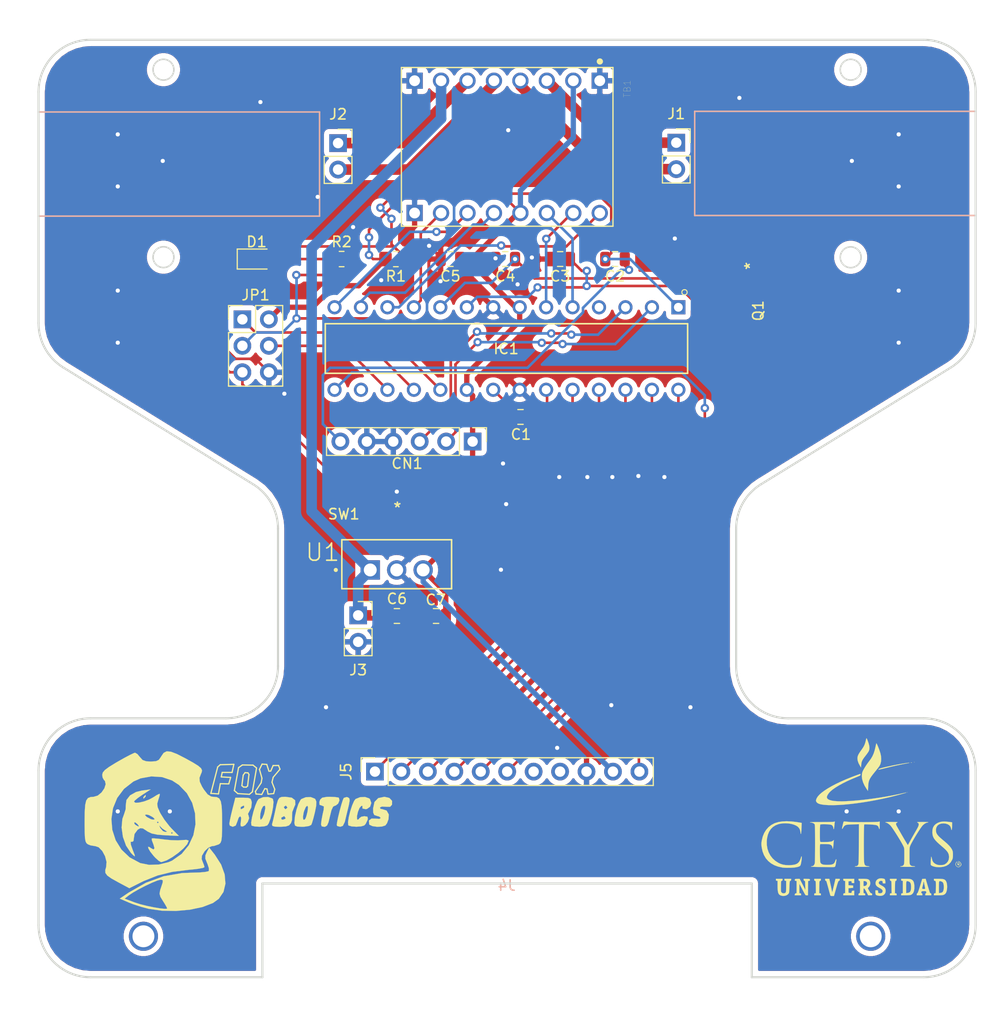
<source format=kicad_pcb>
(kicad_pcb (version 20171130) (host pcbnew "(5.1.6)-1")
  (layers (0 F.Cu signal) (31 B.Cu signal) (34 B.Paste user) (35 F.Paste user) (36 B.SilkS user) (37 F.SilkS user) (38 B.Mask user) (39 F.Mask user) (44 Edge.Cuts user))
  (net 0 "")
  (net 1 /AREF)
  (net 2 GND)
  (net 3 RST)
  (net 4 "Net-(C2-Pad1)")
  (net 5 "Net-(C3-Pad1)")
  (net 6 "Net-(C4-Pad1)")
  (net 7 +5V)
  (net 8 D0)
  (net 9 D1)
  (net 10 "Net-(D1-Pad2)")
  (net 11 D2)
  (net 12 D4)
  (net 13 D3)
  (net 14 D5)
  (net 15 D6)
  (net 16 D7)
  (net 17 D8)
  (net 18 D9)
  (net 19 D10)
  (net 20 D11)
  (net 21 D12)
  (net 22 D13)
  (net 23 A0)
  (net 24 A1)
  (net 25 A2)
  (net 26 A3)
  (net 27 A4)
  (net 28 A5)
  (net 29 "Net-(J1-Pad2)")
  (net 30 "Net-(J1-Pad1)")
  (net 31 "Net-(J2-Pad1)")
  (net 32 "Net-(J2-Pad2)")
  (net 33 "Net-(J4-Pad2)")
  (net 34 "Net-(J4-Pad1)")
  (net 35 A6)
  (net 36 A7)
  (net 37 /VBAT)
  (module Librerias:CETYS (layer F.Cu) (at 236.4 115.5)
    (fp_text reference G*** hide)
    (fp_text value LOGO hide)
  )
  (module Librerias:foxrobotics2 (layer F.Cu) (at 175.7 115.8)
    (fp_text reference G*** hide)
    (fp_text value LOGO hide)
  )
  (module Seguidor:QTR8A_Drill (layer B.Cu) (at 202.39 126.99)
    (fp_text reference J4 (at -0.04 -4.88) (layer B.SilkS) (effects (justify mirror)))
    (fp_text value "Montaje qtr")
    (pad 1 thru_hole circle (at -34.925 0) (size 2.8 2.8) (drill 2.1) (layers *.Cu *.Mask) (net 34 "Net-(J4-Pad1)"))
    (pad 2 thru_hole circle (at 34.925 0) (size 2.8 2.8) (drill 2.1) (layers *.Cu *.Mask) (net 33 "Net-(J4-Pad2)"))
  )
  (module Connector_PinSocket_2.54mm:PinSocket_1x11_P2.54mm_Vertical (layer F.Cu) (at 189.7 111.18 90)
    (fp_text reference J5 (at 0 -2.77 90) (layer F.SilkS))
    (fp_text value "Sensor QTR")
    (pad 11 thru_hole oval (at 0 25.4 90) (size 1.7 1.7) (drill 1) (layers *.Cu *.Mask) (net 18 D9))
    (pad 10 thru_hole oval (at 0 22.86 90) (size 1.7 1.7) (drill 1) (layers *.Cu *.Mask) (net 7 +5V))
    (pad 9 thru_hole oval (at 0 20.32 90) (size 1.7 1.7) (drill 1) (layers *.Cu *.Mask) (net 2 GND))
    (pad 8 thru_hole oval (at 0 17.78 90) (size 1.7 1.7) (drill 1) (layers *.Cu *.Mask) (net 36 A7))
    (pad 7 thru_hole oval (at 0 15.24 90) (size 1.7 1.7) (drill 1) (layers *.Cu *.Mask) (net 35 A6))
    (pad 6 thru_hole oval (at 0 12.7 90) (size 1.7 1.7) (drill 1) (layers *.Cu *.Mask) (net 28 A5))
    (pad 5 thru_hole oval (at 0 10.16 90) (size 1.7 1.7) (drill 1) (layers *.Cu *.Mask) (net 27 A4))
    (pad 4 thru_hole oval (at 0 7.62 90) (size 1.7 1.7) (drill 1) (layers *.Cu *.Mask) (net 26 A3))
    (pad 3 thru_hole oval (at 0 5.08 90) (size 1.7 1.7) (drill 1) (layers *.Cu *.Mask) (net 25 A2))
    (pad 2 thru_hole oval (at 0 2.54 90) (size 1.7 1.7) (drill 1) (layers *.Cu *.Mask) (net 24 A1))
    (pad 1 thru_hole rect (at 0 0 90) (size 1.7 1.7) (drill 1) (layers *.Cu *.Mask) (net 23 A0))
  )
  (module Connector_PinHeader_2.54mm:PinHeader_1x06_P2.54mm_Vertical (layer F.Cu) (at 199.08 79.49 270)
    (fp_text reference CN1 (at 2.11 6.29 180) (layer F.SilkS))
    (fp_text value HDR-1X6-SIP-100)
    (pad 6 thru_hole oval (at 0 12.7 270) (size 1.7 1.7) (drill 1) (layers *.Cu *.Mask) (net 4 "Net-(C2-Pad1)"))
    (pad 5 thru_hole oval (at 0 10.16 270) (size 1.7 1.7) (drill 1) (layers *.Cu *.Mask) (net 2 GND))
    (pad 4 thru_hole oval (at 0 7.62 270) (size 1.7 1.7) (drill 1) (layers *.Cu *.Mask) (net 2 GND))
    (pad 3 thru_hole oval (at 0 5.08 270) (size 1.7 1.7) (drill 1) (layers *.Cu *.Mask) (net 9 D1))
    (pad 2 thru_hole oval (at 0 2.54 270) (size 1.7 1.7) (drill 1) (layers *.Cu *.Mask) (net 8 D0))
    (pad 1 thru_hole rect (at 0 0 270) (size 1.7 1.7) (drill 1) (layers *.Cu *.Mask) (net 7 +5V))
  )
  (module LED_SMD:LED_0805_2012Metric_Pad1.15x1.40mm_HandSolder (layer F.Cu) (at 178.335 61.97)
    (fp_text reference D1 (at 0 -1.65) (layer F.SilkS))
    (fp_text value LED)
    (pad 2 smd roundrect (at 1.025 0) (size 1.15 1.4) (layers F.Cu F.Paste F.Mask) (roundrect_rratio 0.217391) (net 10 "Net-(D1-Pad2)"))
    (pad 1 smd roundrect (at -1.025 0) (size 1.15 1.4) (layers F.Cu F.Paste F.Mask) (roundrect_rratio 0.217391) (net 2 GND))
  )
  (module ATMEGA:DIP794W46P254L2967H457Q28B (layer F.Cu) (at 202.33 70.56 270)
    (fp_text reference IC1 (at 0.03 0.03 180) (layer F.SilkS) (effects (font (size 1.000622 1.000622))))
    (fp_text value ATMEGA328P-PU hide)
    (pad 28 thru_hole circle (at 3.96 -16.51 270) (size 1.358 1.358) (drill 0.85) (layers *.Cu *.Mask) (net 28 A5))
    (pad 27 thru_hole circle (at 3.96 -13.97 270) (size 1.358 1.358) (drill 0.85) (layers *.Cu *.Mask) (net 27 A4))
    (pad 26 thru_hole circle (at 3.96 -11.43 270) (size 1.358 1.358) (drill 0.85) (layers *.Cu *.Mask) (net 26 A3))
    (pad 25 thru_hole circle (at 3.96 -8.89 270) (size 1.358 1.358) (drill 0.85) (layers *.Cu *.Mask) (net 25 A2))
    (pad 24 thru_hole circle (at 3.96 -6.35 270) (size 1.358 1.358) (drill 0.85) (layers *.Cu *.Mask) (net 24 A1))
    (pad 23 thru_hole circle (at 3.96 -3.81 270) (size 1.358 1.358) (drill 0.85) (layers *.Cu *.Mask) (net 23 A0))
    (pad 22 thru_hole circle (at 3.96 -1.27 270) (size 1.358 1.358) (drill 0.85) (layers *.Cu *.Mask) (net 2 GND))
    (pad 21 thru_hole circle (at 3.96 1.27 270) (size 1.358 1.358) (drill 0.85) (layers *.Cu *.Mask) (net 1 /AREF))
    (pad 20 thru_hole circle (at 3.96 3.81 270) (size 1.358 1.358) (drill 0.85) (layers *.Cu *.Mask) (net 7 +5V))
    (pad 19 thru_hole circle (at 3.96 6.35 270) (size 1.358 1.358) (drill 0.85) (layers *.Cu *.Mask) (net 22 D13))
    (pad 18 thru_hole circle (at 3.96 8.89 270) (size 1.358 1.358) (drill 0.85) (layers *.Cu *.Mask) (net 21 D12))
    (pad 17 thru_hole circle (at 3.96 11.43 270) (size 1.358 1.358) (drill 0.85) (layers *.Cu *.Mask) (net 20 D11))
    (pad 16 thru_hole circle (at 3.96 13.97 270) (size 1.358 1.358) (drill 0.85) (layers *.Cu *.Mask) (net 19 D10))
    (pad 15 thru_hole circle (at 3.96 16.51 270) (size 1.358 1.358) (drill 0.85) (layers *.Cu *.Mask) (net 18 D9))
    (pad 14 thru_hole circle (at -3.96 16.51 270) (size 1.358 1.358) (drill 0.85) (layers *.Cu *.Mask) (net 17 D8))
    (pad 13 thru_hole circle (at -3.96 13.97 270) (size 1.358 1.358) (drill 0.85) (layers *.Cu *.Mask) (net 16 D7))
    (pad 12 thru_hole circle (at -3.96 11.43 270) (size 1.358 1.358) (drill 0.85) (layers *.Cu *.Mask) (net 15 D6))
    (pad 11 thru_hole circle (at -3.96 8.89 270) (size 1.358 1.358) (drill 0.85) (layers *.Cu *.Mask) (net 14 D5))
    (pad 10 thru_hole circle (at -3.96 6.35 270) (size 1.358 1.358) (drill 0.85) (layers *.Cu *.Mask) (net 6 "Net-(C4-Pad1)"))
    (pad 9 thru_hole circle (at -3.96 3.81 270) (size 1.358 1.358) (drill 0.85) (layers *.Cu *.Mask) (net 5 "Net-(C3-Pad1)"))
    (pad 5 thru_hole circle (at -3.96 -6.35 270) (size 1.358 1.358) (drill 0.85) (layers *.Cu *.Mask) (net 13 D3))
    (pad 6 thru_hole circle (at -3.96 -3.81 270) (size 1.358 1.358) (drill 0.85) (layers *.Cu *.Mask) (net 12 D4))
    (pad 4 thru_hole circle (at -3.96 -8.89 270) (size 1.358 1.358) (drill 0.85) (layers *.Cu *.Mask) (net 11 D2))
    (pad 3 thru_hole circle (at -3.96 -11.43 270) (size 1.358 1.358) (drill 0.85) (layers *.Cu *.Mask) (net 9 D1))
    (pad 8 thru_hole circle (at -3.96 1.27 270) (size 1.358 1.358) (drill 0.85) (layers *.Cu *.Mask) (net 2 GND))
    (pad 7 thru_hole circle (at -3.96 -1.27 270) (size 1.358 1.358) (drill 0.85) (layers *.Cu *.Mask) (net 7 +5V))
    (pad 2 thru_hole circle (at -3.96 -13.97 270) (size 1.358 1.358) (drill 0.85) (layers *.Cu *.Mask) (net 8 D0))
    (pad 1 thru_hole rect (at -3.96 -16.51 270) (size 1.358 1.358) (drill 0.85) (layers *.Cu *.Mask) (net 3 RST))
  )
  (module "switch:Switch ADTSM32RVTR" (layer F.Cu) (at 188.83 86.91 180)
    (fp_text reference SW1 (at 2.125 0.45) (layer F.SilkS))
    (fp_text value KSS-2EG4430)
    (fp_text user * (at -3.025 1.05) (layer F.SilkS))
    (pad 2 smd rect (at 2.445 2.49 180) (size 2 1.6) (layers F.Cu F.Paste F.Mask) (net 3 RST))
    (pad 1 smd rect (at -2.955 2.49 180) (size 2 1.6) (layers F.Cu F.Paste F.Mask) (net 2 GND))
  )
  (module Resistor_SMD:R_0805_2012Metric_Pad1.20x1.40mm_HandSolder (layer F.Cu) (at 191.709583 61.97 180)
    (fp_text reference R1 (at 0 -1.65) (layer F.SilkS))
    (fp_text value 10K)
    (pad 2 smd roundrect (at 1 0 180) (size 1.2 1.4) (layers F.Cu F.Paste F.Mask) (roundrect_rratio 0.208333) (net 7 +5V))
    (pad 1 smd roundrect (at -1 0 180) (size 1.2 1.4) (layers F.Cu F.Paste F.Mask) (roundrect_rratio 0.208333) (net 3 RST))
  )
  (module Connector_PinHeader_2.54mm:PinHeader_2x03_P2.54mm_Vertical (layer F.Cu) (at 176.97 67.76)
    (fp_text reference JP1 (at 1.27 -2.33) (layer F.SilkS))
    (fp_text value AVR-ISP-6)
    (pad 6 thru_hole oval (at 2.54 5.08) (size 1.7 1.7) (drill 1) (layers *.Cu *.Mask) (net 2 GND))
    (pad 5 thru_hole oval (at 0 5.08) (size 1.7 1.7) (drill 1) (layers *.Cu *.Mask) (net 3 RST))
    (pad 4 thru_hole oval (at 2.54 2.54) (size 1.7 1.7) (drill 1) (layers *.Cu *.Mask) (net 20 D11))
    (pad 3 thru_hole oval (at 0 2.54) (size 1.7 1.7) (drill 1) (layers *.Cu *.Mask) (net 22 D13))
    (pad 2 thru_hole oval (at 2.54 0) (size 1.7 1.7) (drill 1) (layers *.Cu *.Mask) (net 7 +5V))
    (pad 1 thru_hole rect (at 0 0) (size 1.7 1.7) (drill 1) (layers *.Cu *.Mask) (net 21 D12))
  )
  (module "CRYSTAL 16MHZ:ABLS-16.000MHZ-B2-T" (layer F.Cu) (at 227.01 66.93 270)
    (fp_text reference Q1 (at 0 0.5 90) (layer F.SilkS))
    (fp_text value 16MHz)
    (fp_text user * (at -4.3 1.25 90) (layer F.SilkS))
    (pad 2 smd rect (at 5.675 3.175 270) (size 5.6 2.1) (layers F.Cu F.Paste F.Mask) (net 5 "Net-(C3-Pad1)"))
    (pad 1 smd rect (at -3.825 3.175 270) (size 5.6 2.1) (layers F.Cu F.Paste F.Mask) (net 6 "Net-(C4-Pad1)"))
  )
  (module Resistor_SMD:R_0805_2012Metric_Pad1.20x1.40mm_HandSolder (layer F.Cu) (at 186.5 61.97)
    (fp_text reference R2 (at 0 -1.65) (layer F.SilkS))
    (fp_text value 1K)
    (pad 2 smd roundrect (at 1 0) (size 1.2 1.4) (layers F.Cu F.Paste F.Mask) (roundrect_rratio 0.208333) (net 22 D13))
    (pad 1 smd roundrect (at -1 0) (size 1.2 1.4) (layers F.Cu F.Paste F.Mask) (roundrect_rratio 0.208333) (net 10 "Net-(D1-Pad2)"))
  )
  (module Seguidor:SHIELD_POLOLU-713 (layer F.Cu) (at 202.4 51.2 270)
    (fp_text reference TB1 (at -5.576673 -11.524334 90) (layer F.SilkS) (effects (font (size 0.640998 0.640998) (thickness 0.015))))
    (fp_text value POLOLU-713)
    (pad 16 thru_hole circle (at 6.35 -8.89 270) (size 1.56 1.56) (drill 1.04) (layers *.Cu *.Mask) (net 15 D6))
    (pad 15 thru_hole circle (at 6.35 -6.35 270) (size 1.56 1.56) (drill 1.04) (layers *.Cu *.Mask) (net 12 D4))
    (pad 14 thru_hole circle (at 6.35 -3.81 270) (size 1.56 1.56) (drill 1.04) (layers *.Cu *.Mask) (net 13 D3))
    (pad 13 thru_hole circle (at 6.35 -1.27 270) (size 1.56 1.56) (drill 1.04) (layers *.Cu *.Mask) (net 7 +5V))
    (pad 12 thru_hole circle (at 6.35 1.27 270) (size 1.56 1.56) (drill 1.04) (layers *.Cu *.Mask) (net 16 D7))
    (pad 11 thru_hole circle (at 6.35 3.81 270) (size 1.56 1.56) (drill 1.04) (layers *.Cu *.Mask) (net 17 D8))
    (pad 10 thru_hole circle (at 6.35 6.35 270) (size 1.56 1.56) (drill 1.04) (layers *.Cu *.Mask) (net 14 D5))
    (pad 9 thru_hole rect (at 6.35 8.89 270) (size 1.56 1.56) (drill 1.04) (layers *.Cu *.Mask) (net 2 GND))
    (pad 8 thru_hole rect (at -6.35 8.89 270) (size 1.56 1.56) (drill 1.04) (layers *.Cu *.Mask) (net 2 GND))
    (pad 7 thru_hole circle (at -6.35 6.35 270) (size 1.56 1.56) (drill 1.04) (layers *.Cu *.Mask) (net 37 /VBAT))
    (pad 6 thru_hole circle (at -6.35 3.81 270) (size 1.56 1.56) (drill 1.04) (layers *.Cu *.Mask) (net 31 "Net-(J2-Pad1)"))
    (pad 5 thru_hole circle (at -6.35 1.27 270) (size 1.56 1.56) (drill 1.04) (layers *.Cu *.Mask) (net 32 "Net-(J2-Pad2)"))
    (pad 4 thru_hole circle (at -6.35 -1.27 270) (size 1.56 1.56) (drill 1.04) (layers *.Cu *.Mask) (net 29 "Net-(J1-Pad2)"))
    (pad 3 thru_hole circle (at -6.35 -3.81 270) (size 1.56 1.56) (drill 1.04) (layers *.Cu *.Mask) (net 30 "Net-(J1-Pad1)"))
    (pad 2 thru_hole circle (at -6.35 -6.35 270) (size 1.56 1.56) (drill 1.04) (layers *.Cu *.Mask) (net 7 +5V))
    (pad 1 thru_hole rect (at -6.35 -8.89 270) (size 1.56 1.56) (drill 1.04) (layers *.Cu *.Mask) (net 2 GND))
  )
  (module Connector_PinSocket_2.54mm:PinSocket_1x02_P2.54mm_Vertical (layer F.Cu) (at 188.09 96.18)
    (fp_text reference J3 (at 0 5.25) (layer F.SilkS))
    (fp_text value Batería)
    (pad 1 thru_hole rect (at 0 0) (size 1.7 1.7) (drill 1) (layers *.Cu *.Mask) (net 37 /VBAT))
    (pad 2 thru_hole oval (at 0 2.54) (size 1.7 1.7) (drill 1) (layers *.Cu *.Mask) (net 2 GND))
  )
  (module Connector_PinSocket_2.54mm:PinSocket_1x02_P2.54mm_Vertical (layer F.Cu) (at 218.64 50.8)
    (fp_text reference J1 (at 0 -2.77) (layer F.SilkS))
    (fp_text value "Motor 1")
    (pad 1 thru_hole rect (at 0 0) (size 1.7 1.7) (drill 1) (layers *.Cu *.Mask) (net 30 "Net-(J1-Pad1)"))
    (pad 2 thru_hole oval (at 0 2.54) (size 1.7 1.7) (drill 1) (layers *.Cu *.Mask) (net 29 "Net-(J1-Pad2)"))
  )
  (module Connector_PinSocket_2.54mm:PinSocket_1x02_P2.54mm_Vertical (layer F.Cu) (at 186.16 50.84)
    (fp_text reference J2 (at 0 -2.77) (layer F.SilkS))
    (fp_text value "Motor 2")
    (pad 2 thru_hole oval (at 0 2.54) (size 1.7 1.7) (drill 1) (layers *.Cu *.Mask) (net 32 "Net-(J2-Pad2)"))
    (pad 1 thru_hole rect (at 0 0) (size 1.7 1.7) (drill 1) (layers *.Cu *.Mask) (net 31 "Net-(J2-Pad1)"))
  )
  (module Capacitor_SMD:C_0805_2012Metric (layer F.Cu) (at 203.68 77.13)
    (fp_text reference C1 (at 0.04 1.68) (layer F.SilkS))
    (fp_text value 0.1uF)
    (pad 2 smd roundrect (at 0.9375 0) (size 0.975 1.4) (layers F.Cu F.Paste F.Mask) (net 2 GND))
    (pad 1 smd roundrect (at -0.9375 0) (size 0.975 1.4) (layers F.Cu F.Paste F.Mask) (net 1 /AREF))
  )
  (module Capacitor_SMD:C_0805_2012Metric (layer F.Cu) (at 212.757915 61.97 180)
    (fp_text reference C2 (at 0 -1.65) (layer F.SilkS))
    (fp_text value 0.1uF)
    (pad 1 smd roundrect (at -0.9375 0 180) (size 0.975 1.4) (layers F.Cu F.Paste F.Mask) (net 4 "Net-(C2-Pad1)"))
    (pad 2 smd roundrect (at 0.9375 0 180) (size 0.975 1.4) (layers F.Cu F.Paste F.Mask) (net 3 RST))
  )
  (module Capacitor_SMD:C_0805_2012Metric (layer F.Cu) (at 207.488332 61.97 180)
    (fp_text reference C3 (at 0 -1.65) (layer F.SilkS))
    (fp_text value 22pF)
    (pad 2 smd roundrect (at 0.9375 0 180) (size 0.975 1.4) (layers F.Cu F.Paste F.Mask) (net 2 GND))
    (pad 1 smd roundrect (at -0.9375 0 180) (size 0.975 1.4) (layers F.Cu F.Paste F.Mask) (net 5 "Net-(C3-Pad1)"))
  )
  (module Capacitor_SMD:C_0805_2012Metric (layer F.Cu) (at 202.218749 61.97 180)
    (fp_text reference C4 (at 0 -1.65) (layer F.SilkS))
    (fp_text value 22pF)
    (pad 1 smd roundrect (at -0.9375 0 180) (size 0.975 1.4) (layers F.Cu F.Paste F.Mask) (net 6 "Net-(C4-Pad1)"))
    (pad 2 smd roundrect (at 0.9375 0 180) (size 0.975 1.4) (layers F.Cu F.Paste F.Mask) (net 2 GND))
  )
  (module Capacitor_SMD:C_0805_2012Metric (layer F.Cu) (at 196.949166 61.97 180)
    (fp_text reference C5 (at 0 -1.65) (layer F.SilkS))
    (fp_text value 0.1uF)
    (pad 2 smd roundrect (at 0.9375 0 180) (size 0.975 1.4) (layers F.Cu F.Paste F.Mask) (net 2 GND))
    (pad 1 smd roundrect (at -0.9375 0 180) (size 0.975 1.4) (layers F.Cu F.Paste F.Mask) (net 7 +5V))
  )
  (module Capacitor_SMD:C_0805_2012Metric (layer F.Cu) (at 191.81 96.24)
    (fp_text reference C6 (at 0 -1.65) (layer F.SilkS))
    (fp_text value 10uF)
    (pad 1 smd roundrect (at -0.9375 0) (size 0.975 1.4) (layers F.Cu F.Paste F.Mask) (net 37 /VBAT))
    (pad 2 smd roundrect (at 0.9375 0) (size 0.975 1.4) (layers F.Cu F.Paste F.Mask) (net 2 GND))
  )
  (module Capacitor_SMD:C_0805_2012Metric (layer F.Cu) (at 195.57 96.24 180)
    (fp_text reference C7 (at 0.03 1.55) (layer F.SilkS))
    (fp_text value 1uF)
    (pad 1 smd roundrect (at -0.9375 0 180) (size 0.975 1.4) (layers F.Cu F.Paste F.Mask) (net 7 +5V))
    (pad 2 smd roundrect (at 0.9375 0 180) (size 0.975 1.4) (layers F.Cu F.Paste F.Mask) (net 2 GND))
  )
  (module Librerias:LM7805 (layer F.Cu) (at 189.25 91.82)
    (fp_text reference U1 (at -4.58 -1.69) (layer F.SilkS) (effects (font (size 1.64748 1.64748))))
    (fp_text value L7805)
    (pad 1 thru_hole rect (at 0 0) (size 1.86 1.86) (drill 1.24) (layers *.Cu *.Mask) (net 37 /VBAT))
    (pad 2 thru_hole circle (at 2.54 0) (size 1.86 1.86) (drill 1.24) (layers *.Cu *.Mask) (net 2 GND))
    (pad 3 thru_hole circle (at 5.08 0) (size 1.86 1.86) (drill 1.24) (layers *.Cu *.Mask) (net 7 +5V))
  )
  (gr_circle (center 169.39 61.79) (end 170.39 61.79) (layer Edge.Cuts) (width 0.15))
  (gr_circle (center 169.39 43.79) (end 170.39 43.79) (layer Edge.Cuts) (width 0.15))
  (gr_circle (center 235.39 61.8) (end 236.39 61.8) (layer Edge.Cuts) (width 0.15))
  (gr_circle (center 235.39 43.79) (end 236.39 43.79) (layer Edge.Cuts) (width 0.15))
  (gr_line (start 247.41 47.79) (end 220.41 47.79) (layer B.SilkS) (width 0.15))
  (gr_line (start 220.41 47.79) (end 220.41 57.79) (layer B.SilkS) (width 0.15))
  (gr_line (start 220.41 57.79) (end 247.41 57.79) (layer B.SilkS) (width 0.15))
  (gr_line (start 184.38 47.85) (end 157.38 47.85) (layer B.SilkS) (width 0.15))
  (gr_line (start 184.38 57.85) (end 184.38 47.85) (layer B.SilkS) (width 0.15))
  (gr_line (start 157.38 57.85) (end 184.38 57.85) (layer B.SilkS) (width 0.15))
  (gr_arc (start 242.39 125.92) (end 242.39 130.92) (angle -90) (layer Edge.Cuts) (width 0.2))
  (gr_arc (start 229.39 87.857323) (end 226.771085 83.598064) (angle -58.4) (layer Edge.Cuts) (width 0.2))
  (gr_line (start 180.39 87.857323) (end 180.39 101.062135) (layer Edge.Cuts) (width 0.2))
  (gr_arc (start 242.39 68.124812) (end 245.008914 72.384071) (angle -58.4) (layer Edge.Cuts) (width 0.2))
  (gr_line (start 159.771085 72.384071) (end 178.008914 83.598064) (layer Edge.Cuts) (width 0.2))
  (gr_line (start 242.39 40.92) (end 162.39 40.92) (layer Edge.Cuts) (width 0.2))
  (gr_arc (start 162.39 111.062135) (end 162.39 106.062135) (angle -90) (layer Edge.Cuts) (width 0.2))
  (gr_arc (start 242.39 111.062135) (end 247.39 111.062135) (angle -90) (layer Edge.Cuts) (width 0.2))
  (gr_line (start 157.39 45.92) (end 157.39 68.124812) (layer Edge.Cuts) (width 0.2))
  (gr_line (start 247.39 68.124812) (end 247.39 45.92) (layer Edge.Cuts) (width 0.2))
  (gr_arc (start 229.39 101.062135) (end 224.389999 101.062135) (angle -90) (layer Edge.Cuts) (width 0.2))
  (gr_arc (start 162.39 45.92) (end 162.39 40.92) (angle -90) (layer Edge.Cuts) (width 0.2))
  (gr_arc (start 175.39 101.062135) (end 175.39 106.062135) (angle -90) (layer Edge.Cuts) (width 0.2))
  (gr_arc (start 242.39 45.92) (end 247.389999 45.92) (angle -90) (layer Edge.Cuts) (width 0.2))
  (gr_arc (start 162.39 125.92) (end 157.39 125.92) (angle -90) (layer Edge.Cuts) (width 0.2))
  (gr_arc (start 162.39 68.124812) (end 157.39 68.124812) (angle -58.4) (layer Edge.Cuts) (width 0.2))
  (gr_arc (start 175.39 87.857323) (end 180.39 87.857323) (angle -58.4) (layer Edge.Cuts) (width 0.2))
  (gr_line (start 178.89 121.92) (end 225.89 121.92) (layer Edge.Cuts) (width 0.2))
  (gr_line (start 225.89 130.92) (end 242.39 130.92) (layer Edge.Cuts) (width 0.2))
  (gr_line (start 157.39 111.062135) (end 157.39 125.92) (layer Edge.Cuts) (width 0.2))
  (gr_line (start 225.89 121.92) (end 225.89 130.92) (layer Edge.Cuts) (width 0.2))
  (gr_line (start 242.39 106.062135) (end 229.39 106.062135) (layer Edge.Cuts) (width 0.2))
  (gr_line (start 247.39 125.92) (end 247.39 111.062135) (layer Edge.Cuts) (width 0.2))
  (gr_line (start 226.771085 83.598064) (end 245.008914 72.384071) (layer Edge.Cuts) (width 0.2))
  (gr_line (start 175.39 106.062135) (end 162.39 106.062135) (layer Edge.Cuts) (width 0.2))
  (gr_line (start 162.39 130.92) (end 178.89 130.92) (layer Edge.Cuts) (width 0.2))
  (gr_line (start 224.39 101.062135) (end 224.39 87.857323) (layer Edge.Cuts) (width 0.2))
  (gr_line (start 178.89 130.92) (end 178.89 121.92) (layer Edge.Cuts) (width 0.2))
  (segment (start 202.7425 76.2025) (end 202.7425 77.13) (width 0.25) (layer F.Cu) (net 1))
  (segment (start 201.06 74.52) (end 202.7425 76.2025) (width 0.25) (layer F.Cu) (net 1))
  (via (at 191.8 84.3) (size 0.8) (drill 0.4) (layers F.Cu B.Cu) (net 2))
  (segment (start 178.22 71.55) (end 179.51 72.84) (width 0.25) (layer F.Cu) (net 2))
  (segment (start 176.735 61.97) (end 175.38 63.325) (width 0.25) (layer F.Cu) (net 2))
  (segment (start 175.38 63.325) (end 175.38 70.62) (width 0.25) (layer F.Cu) (net 2))
  (segment (start 175.38 70.62) (end 176.31 71.55) (width 0.25) (layer F.Cu) (net 2))
  (segment (start 177.31 61.97) (end 176.735 61.97) (width 0.25) (layer F.Cu) (net 2))
  (segment (start 176.31 71.55) (end 178.22 71.55) (width 0.25) (layer F.Cu) (net 2))
  (via (at 201.28 61.9) (size 0.8) (drill 0.4) (layers F.Cu B.Cu) (net 2))
  (segment (start 201.281249 61.97) (end 201.281249 61.901249) (width 0.25) (layer F.Cu) (net 2))
  (segment (start 201.281249 61.901249) (end 201.28 61.9) (width 0.25) (layer F.Cu) (net 2))
  (via (at 204.77 61.82) (size 0.8) (drill 0.4) (layers F.Cu B.Cu) (net 2))
  (via (at 235.5 52.55) (size 0.8) (drill 0.4) (layers F.Cu B.Cu) (net 2))
  (via (at 169.32 52.55) (size 0.8) (drill 0.4) (layers F.Cu B.Cu) (net 2))
  (via (at 165 50) (size 0.8) (drill 0.4) (layers F.Cu B.Cu) (net 2))
  (via (at 165 55) (size 0.8) (drill 0.4) (layers F.Cu B.Cu) (net 2))
  (via (at 165 65) (size 0.8) (drill 0.4) (layers F.Cu B.Cu) (net 2))
  (via (at 165 70) (size 0.8) (drill 0.4) (layers F.Cu B.Cu) (net 2))
  (via (at 240 50) (size 0.8) (drill 0.4) (layers F.Cu B.Cu) (net 2))
  (via (at 240 55) (size 0.8) (drill 0.4) (layers F.Cu B.Cu) (net 2))
  (via (at 240 65) (size 0.8) (drill 0.4) (layers F.Cu B.Cu) (net 2))
  (via (at 240 70) (size 0.8) (drill 0.4) (layers F.Cu B.Cu) (net 2))
  (via (at 165 115) (size 0.8) (drill 0.4) (layers F.Cu B.Cu) (net 2))
  (via (at 170 115) (size 0.8) (drill 0.4) (layers F.Cu B.Cu) (net 2))
  (via (at 235 115) (size 0.8) (drill 0.4) (layers F.Cu B.Cu) (net 2))
  (via (at 240 115) (size 0.8) (drill 0.4) (layers F.Cu B.Cu) (net 2))
  (via (at 185 105) (size 0.8) (drill 0.4) (layers F.Cu B.Cu) (net 2))
  (via (at 220 105) (size 0.8) (drill 0.4) (layers F.Cu B.Cu) (net 2))
  (via (at 201.8 91.8) (size 0.8) (drill 0.4) (layers F.Cu B.Cu) (net 2))
  (via (at 202.3 85.5) (size 0.8) (drill 0.4) (layers F.Cu B.Cu) (net 2))
  (via (at 202 81.6) (size 0.8) (drill 0.4) (layers F.Cu B.Cu) (net 2))
  (via (at 207.4 82.9) (size 0.8) (drill 0.4) (layers F.Cu B.Cu) (net 2))
  (via (at 210.1 82.9) (size 0.8) (drill 0.4) (layers F.Cu B.Cu) (net 2))
  (via (at 212.5 82.9) (size 0.8) (drill 0.4) (layers F.Cu B.Cu) (net 2))
  (via (at 215 82.8) (size 0.8) (drill 0.4) (layers F.Cu B.Cu) (net 2))
  (via (at 217.5 82.9) (size 0.8) (drill 0.4) (layers F.Cu B.Cu) (net 2))
  (via (at 187.6 58.9) (size 0.8) (drill 0.4) (layers F.Cu B.Cu) (net 2))
  (via (at 196 64.1) (size 0.8) (drill 0.4) (layers F.Cu B.Cu) (net 2))
  (segment (start 196.011666 61.97) (end 196.011666 64.088334) (width 0.25) (layer F.Cu) (net 2))
  (segment (start 196.011666 64.088334) (end 196 64.1) (width 0.25) (layer F.Cu) (net 2))
  (segment (start 194.7 68.948002) (end 194.975999 69.224001) (width 0.25) (layer B.Cu) (net 2))
  (segment (start 196 64.1) (end 194.7 65.4) (width 0.25) (layer B.Cu) (net 2))
  (segment (start 194.7 65.4) (end 194.7 68.948002) (width 0.25) (layer B.Cu) (net 2))
  (segment (start 196.1 60.4) (end 193.37499 60.4) (width 0.25) (layer B.Cu) (net 2))
  (segment (start 197.3 59.2) (end 196.1 60.4) (width 0.25) (layer B.Cu) (net 2))
  (segment (start 197.3 56.5) (end 197.3 59.2) (width 0.25) (layer B.Cu) (net 2))
  (via (at 194.9 60.7) (size 0.8) (drill 0.4) (layers F.Cu B.Cu) (net 2))
  (segment (start 196.011666 61.97) (end 196.011666 61.811666) (width 0.25) (layer F.Cu) (net 2))
  (segment (start 196.011666 61.811666) (end 194.9 60.7) (width 0.25) (layer F.Cu) (net 2))
  (via (at 202.5 49.6) (size 0.8) (drill 0.4) (layers F.Cu B.Cu) (net 2))
  (via (at 203.4 64.4) (size 0.8) (drill 0.4) (layers F.Cu B.Cu) (net 2))
  (via (at 190.3 64) (size 0.8) (drill 0.4) (layers F.Cu B.Cu) (net 2))
  (via (at 212.4 104.8) (size 0.8) (drill 0.4) (layers F.Cu B.Cu) (net 2))
  (via (at 207.2 108.9) (size 0.8) (drill 0.4) (layers F.Cu B.Cu) (net 2))
  (via (at 218.5 60) (size 0.8) (drill 0.4) (layers F.Cu B.Cu) (net 2))
  (via (at 224.7 46.5) (size 0.8) (drill 0.4) (layers F.Cu B.Cu) (net 2))
  (via (at 178.7 46.9) (size 0.8) (drill 0.4) (layers F.Cu B.Cu) (net 2))
  (via (at 184.2 56) (size 0.8) (drill 0.4) (layers F.Cu B.Cu) (net 2))
  (via (at 181 74.9) (size 0.8) (drill 0.4) (layers F.Cu B.Cu) (net 2))
  (segment (start 176.97 74) (end 176.97 72.84) (width 0.25) (layer F.Cu) (net 3))
  (segment (start 186.385 84.42) (end 186.385 83.415) (width 0.25) (layer F.Cu) (net 3))
  (segment (start 186.385 83.415) (end 176.97 74) (width 0.25) (layer F.Cu) (net 3))
  (via (at 211.820415 61.97) (size 0.8) (drill 0.4) (layers F.Cu B.Cu) (net 3))
  (segment (start 218.84 66.6) (end 214.21 61.97) (width 0.25) (layer B.Cu) (net 3))
  (segment (start 214.21 61.97) (end 211.820415 61.97) (width 0.25) (layer B.Cu) (net 3))
  (segment (start 176.58 60.76) (end 174.929989 62.410011) (width 0.25) (layer F.Cu) (net 3))
  (segment (start 174.929989 72.00207) (end 175.767919 72.84) (width 0.25) (layer F.Cu) (net 3))
  (segment (start 192.709583 61.97) (end 191.499583 60.76) (width 0.25) (layer F.Cu) (net 3))
  (segment (start 175.767919 72.84) (end 176.97 72.84) (width 0.25) (layer F.Cu) (net 3))
  (segment (start 191.499583 60.76) (end 176.58 60.76) (width 0.25) (layer F.Cu) (net 3))
  (segment (start 174.929989 62.410011) (end 174.929989 72.00207) (width 0.25) (layer F.Cu) (net 3))
  (via (at 191.29 58.11) (size 0.8) (drill 0.4) (layers F.Cu B.Cu) (net 3))
  (via (at 190.222347 57.042347) (size 0.8) (drill 0.4) (layers F.Cu B.Cu) (net 3))
  (segment (start 191.29 58.11) (end 190.222347 57.042347) (width 0.25) (layer B.Cu) (net 3))
  (segment (start 212.395001 57.019599) (end 212.395001 61.395414) (width 0.25) (layer F.Cu) (net 3))
  (segment (start 191.574704 55.68999) (end 211.065392 55.68999) (width 0.25) (layer F.Cu) (net 3))
  (segment (start 212.395001 61.395414) (end 211.820415 61.97) (width 0.25) (layer F.Cu) (net 3))
  (segment (start 211.065392 55.68999) (end 212.395001 57.019599) (width 0.25) (layer F.Cu) (net 3))
  (segment (start 190.222347 57.042347) (end 191.574704 55.68999) (width 0.25) (layer F.Cu) (net 3))
  (segment (start 192.709583 61.97) (end 191.29 60.550417) (width 0.25) (layer F.Cu) (net 3))
  (segment (start 191.29 60.550417) (end 191.29 58.11) (width 0.25) (layer F.Cu) (net 3))
  (via (at 214.1 63.01) (size 0.8) (drill 0.4) (layers F.Cu B.Cu) (net 4))
  (segment (start 213.695415 61.97) (end 213.695415 62.605415) (width 0.25) (layer F.Cu) (net 4))
  (segment (start 213.695415 62.605415) (end 214.1 63.01) (width 0.25) (layer F.Cu) (net 4))
  (segment (start 184.7 77.81) (end 186.38 79.49) (width 0.25) (layer B.Cu) (net 4))
  (segment (start 185.41001 72.40999) (end 184.7 73.12) (width 0.25) (layer B.Cu) (net 4))
  (segment (start 214.1 63.01) (end 213.324078 63.01) (width 0.25) (layer B.Cu) (net 4))
  (segment (start 209.684001 66.650077) (end 209.684001 67.081921) (width 0.25) (layer B.Cu) (net 4))
  (segment (start 213.324078 63.01) (end 209.684001 66.650077) (width 0.25) (layer B.Cu) (net 4))
  (segment (start 209.684001 67.081921) (end 204.355932 72.40999) (width 0.25) (layer B.Cu) (net 4))
  (segment (start 184.7 73.12) (end 184.7 77.81) (width 0.25) (layer B.Cu) (net 4))
  (segment (start 204.355932 72.40999) (end 185.41001 72.40999) (width 0.25) (layer B.Cu) (net 4))
  (via (at 210.04 64.555) (size 0.8) (drill 0.4) (layers F.Cu B.Cu) (net 5))
  (segment (start 218.835 64.555) (end 210.04 64.555) (width 0.25) (layer F.Cu) (net 5))
  (segment (start 223.835 72.605) (end 223.835 69.555) (width 0.25) (layer F.Cu) (net 5))
  (segment (start 223.835 69.555) (end 218.835 64.555) (width 0.25) (layer F.Cu) (net 5))
  (via (at 210.04 63.105) (size 0.8) (drill 0.4) (layers F.Cu B.Cu) (net 5))
  (segment (start 210.04 64.555) (end 210.04 63.105) (width 0.25) (layer B.Cu) (net 5))
  (segment (start 209.560832 63.105) (end 208.425832 61.97) (width 0.25) (layer F.Cu) (net 5))
  (segment (start 210.04 63.105) (end 209.560832 63.105) (width 0.25) (layer F.Cu) (net 5))
  (segment (start 204.414001 65.595999) (end 205.32 64.69) (width 0.25) (layer B.Cu) (net 5))
  (segment (start 198.52 66.6) (end 199.524001 65.595999) (width 0.25) (layer B.Cu) (net 5))
  (via (at 205.32 64.69) (size 0.8) (drill 0.4) (layers F.Cu B.Cu) (net 5))
  (segment (start 199.524001 65.595999) (end 204.414001 65.595999) (width 0.25) (layer B.Cu) (net 5))
  (segment (start 209.905 64.69) (end 210.04 64.555) (width 0.25) (layer F.Cu) (net 5))
  (segment (start 205.32 64.69) (end 209.905 64.69) (width 0.25) (layer F.Cu) (net 5))
  (segment (start 205.016249 63.83) (end 203.156249 61.97) (width 0.25) (layer F.Cu) (net 6))
  (segment (start 223.835 63.105) (end 223.11 63.83) (width 0.25) (layer F.Cu) (net 6))
  (segment (start 223.11 63.83) (end 205.016249 63.83) (width 0.25) (layer F.Cu) (net 6))
  (segment (start 196.984001 65.595999) (end 197.004001 65.595999) (width 0.25) (layer B.Cu) (net 6))
  (segment (start 195.98 66.6) (end 196.984001 65.595999) (width 0.25) (layer B.Cu) (net 6))
  (segment (start 197.004001 65.595999) (end 198.34 64.26) (width 0.25) (layer B.Cu) (net 6))
  (via (at 203.156249 61.97) (size 0.8) (drill 0.4) (layers F.Cu B.Cu) (net 6))
  (segment (start 198.34 64.26) (end 200.866249 64.26) (width 0.25) (layer B.Cu) (net 6))
  (segment (start 200.866249 64.26) (end 203.156249 61.97) (width 0.25) (layer B.Cu) (net 6))
  (segment (start 199.08 75.08) (end 198.52 74.52) (width 0.508) (layer F.Cu) (net 7))
  (segment (start 199.08 79.49) (end 199.08 75.08) (width 0.508) (layer F.Cu) (net 7))
  (segment (start 203.204166 66.6) (end 203.6 66.6) (width 0.508) (layer F.Cu) (net 7))
  (segment (start 198.574166 61.97) (end 203.204166 66.6) (width 0.508) (layer F.Cu) (net 7))
  (segment (start 203.6 67.93) (end 203.6 66.6) (width 0.508) (layer F.Cu) (net 7))
  (segment (start 198.52 74.52) (end 198.52 73.01) (width 0.508) (layer F.Cu) (net 7))
  (segment (start 198.52 73.01) (end 203.6 67.93) (width 0.508) (layer F.Cu) (net 7))
  (segment (start 197.986666 61.97) (end 198.574166 61.97) (width 0.508) (layer F.Cu) (net 7))
  (segment (start 203.43 57.55) (end 203.67 57.55) (width 0.508) (layer F.Cu) (net 7))
  (segment (start 198.574166 61.97) (end 199.01 61.97) (width 0.508) (layer F.Cu) (net 7))
  (segment (start 199.01 61.97) (end 203.43 57.55) (width 0.508) (layer F.Cu) (net 7))
  (segment (start 194.33 92.95) (end 194.33 91.82) (width 0.508) (layer B.Cu) (net 7))
  (segment (start 212.56 111.18) (end 194.33 92.95) (width 0.508) (layer B.Cu) (net 7))
  (segment (start 194.33 91.82) (end 196.5 93.99) (width 0.508) (layer F.Cu) (net 7))
  (segment (start 196.5 96.2325) (end 196.5075 96.24) (width 0.508) (layer F.Cu) (net 7))
  (segment (start 196.5 93.99) (end 196.5 96.2325) (width 0.508) (layer F.Cu) (net 7))
  (segment (start 203.67 57.55) (end 203.67 55.4) (width 0.508) (layer B.Cu) (net 7))
  (segment (start 208.75 50.32) (end 208.75 44.85) (width 0.508) (layer B.Cu) (net 7))
  (segment (start 203.67 55.4) (end 208.75 50.32) (width 0.508) (layer B.Cu) (net 7))
  (segment (start 199.08 87.07) (end 194.33 91.82) (width 0.508) (layer F.Cu) (net 7))
  (segment (start 199.08 79.49) (end 199.08 87.07) (width 0.508) (layer F.Cu) (net 7))
  (segment (start 190.709583 61.97) (end 189.52 61.97) (width 0.25) (layer F.Cu) (net 7))
  (via (at 189.13 61.58) (size 0.8) (drill 0.4) (layers F.Cu B.Cu) (net 7))
  (segment (start 189.52 61.97) (end 189.13 61.58) (width 0.25) (layer F.Cu) (net 7))
  (segment (start 189.13 61.58) (end 189.13 59.89) (width 0.25) (layer B.Cu) (net 7))
  (via (at 189.13 59.89) (size 0.8) (drill 0.4) (layers F.Cu B.Cu) (net 7))
  (segment (start 202.26 56.14) (end 203.67 57.55) (width 0.25) (layer F.Cu) (net 7))
  (segment (start 189.13 59.89) (end 189.13 59.16) (width 0.25) (layer F.Cu) (net 7))
  (segment (start 192.15 56.14) (end 202.26 56.14) (width 0.25) (layer F.Cu) (net 7))
  (segment (start 189.13 59.16) (end 192.15 56.14) (width 0.25) (layer F.Cu) (net 7))
  (segment (start 185.77 64.53) (end 188.149583 64.53) (width 0.508) (layer F.Cu) (net 7))
  (segment (start 183.7 66.6) (end 185.77 64.53) (width 0.508) (layer F.Cu) (net 7))
  (segment (start 188.149583 64.53) (end 190.709583 61.97) (width 0.508) (layer F.Cu) (net 7))
  (segment (start 179.51 67.76) (end 180.67 66.6) (width 0.508) (layer F.Cu) (net 7))
  (segment (start 180.67 66.6) (end 183.7 66.6) (width 0.508) (layer F.Cu) (net 7))
  (via (at 199.56 69.95) (size 0.8) (drill 0.4) (layers F.Cu B.Cu) (net 8))
  (segment (start 197.434011 72.075989) (end 199.56 69.95) (width 0.25) (layer F.Cu) (net 8))
  (segment (start 196.54 79.49) (end 197.434011 78.595989) (width 0.25) (layer F.Cu) (net 8))
  (segment (start 197.434011 78.595989) (end 197.434011 72.075989) (width 0.25) (layer F.Cu) (net 8))
  (via (at 205.72 70.01) (size 0.8) (drill 0.4) (layers F.Cu B.Cu) (net 8))
  (segment (start 199.56 69.95) (end 205.66 69.95) (width 0.25) (layer B.Cu) (net 8))
  (segment (start 205.66 69.95) (end 205.72 70.01) (width 0.25) (layer B.Cu) (net 8))
  (via (at 207.72 70.13) (size 0.8) (drill 0.4) (layers F.Cu B.Cu) (net 8))
  (segment (start 205.72 70.01) (end 207.6 70.01) (width 0.25) (layer F.Cu) (net 8))
  (segment (start 207.6 70.01) (end 207.72 70.13) (width 0.25) (layer F.Cu) (net 8))
  (segment (start 212.77 70.13) (end 216.3 66.6) (width 0.25) (layer B.Cu) (net 8))
  (segment (start 207.72 70.13) (end 212.77 70.13) (width 0.25) (layer B.Cu) (net 8))
  (via (at 206.630308 69.110308) (size 0.8) (drill 0.4) (layers F.Cu B.Cu) (net 9))
  (segment (start 206.630308 69.110308) (end 208.440308 69.110308) (width 0.25) (layer F.Cu) (net 9))
  (via (at 208.560614 69.230614) (size 0.8) (drill 0.4) (layers F.Cu B.Cu) (net 9))
  (segment (start 208.440308 69.110308) (end 208.560614 69.230614) (width 0.25) (layer F.Cu) (net 9))
  (segment (start 211.129386 69.230614) (end 213.76 66.6) (width 0.25) (layer B.Cu) (net 9))
  (segment (start 208.560614 69.230614) (end 211.129386 69.230614) (width 0.25) (layer B.Cu) (net 9))
  (segment (start 196.984001 76.505999) (end 196.984001 71.465999) (width 0.25) (layer F.Cu) (net 9))
  (via (at 199.5 68.95) (size 0.8) (drill 0.4) (layers F.Cu B.Cu) (net 9))
  (segment (start 194 79.49) (end 196.984001 76.505999) (width 0.25) (layer F.Cu) (net 9))
  (segment (start 196.984001 71.465999) (end 199.5 68.95) (width 0.25) (layer F.Cu) (net 9))
  (segment (start 206.630308 69.110308) (end 199.660308 69.110308) (width 0.25) (layer B.Cu) (net 9))
  (segment (start 199.660308 69.110308) (end 199.5 68.95) (width 0.25) (layer B.Cu) (net 9))
  (segment (start 179.36 61.97) (end 185.5 61.97) (width 0.25) (layer F.Cu) (net 10))
  (via (at 206.15 60.03) (size 0.8) (drill 0.4) (layers F.Cu B.Cu) (net 12))
  (segment (start 206.14 66.6) (end 206.14 60.04) (width 0.25) (layer B.Cu) (net 12))
  (segment (start 206.14 60.04) (end 206.15 60.03) (width 0.25) (layer B.Cu) (net 12))
  (segment (start 208.63 57.55) (end 208.75 57.55) (width 0.25) (layer F.Cu) (net 12))
  (segment (start 206.15 60.03) (end 208.63 57.55) (width 0.25) (layer F.Cu) (net 12))
  (segment (start 208.68 60.02) (end 206.21 57.55) (width 0.25) (layer B.Cu) (net 13))
  (segment (start 208.68 66.6) (end 208.68 60.02) (width 0.25) (layer B.Cu) (net 13))
  (segment (start 194.1 59.5) (end 196.05 57.55) (width 0.25) (layer F.Cu) (net 14))
  (segment (start 194.1 65.94) (end 194.1 59.5) (width 0.25) (layer F.Cu) (net 14))
  (segment (start 193.44 66.6) (end 194.1 65.94) (width 0.25) (layer F.Cu) (net 14))
  (via (at 201.82 60.67) (size 0.8) (drill 0.4) (layers F.Cu B.Cu) (net 15))
  (segment (start 211.29 57.55) (end 208.084999 60.755001) (width 0.25) (layer F.Cu) (net 15))
  (segment (start 201.905001 60.755001) (end 201.82 60.67) (width 0.25) (layer F.Cu) (net 15))
  (segment (start 208.084999 60.755001) (end 201.905001 60.755001) (width 0.25) (layer F.Cu) (net 15))
  (segment (start 192 66.6) (end 190.9 66.6) (width 0.25) (layer B.Cu) (net 15))
  (segment (start 201.82 60.67) (end 197.93 60.67) (width 0.25) (layer B.Cu) (net 15))
  (segment (start 197.93 60.67) (end 192 66.6) (width 0.25) (layer B.Cu) (net 15))
  (segment (start 200.024999 58.655001) (end 201.13 57.55) (width 0.25) (layer B.Cu) (net 16))
  (segment (start 188.36 66.04) (end 189.2 65.2) (width 0.25) (layer B.Cu) (net 16))
  (segment (start 188.36 66.6) (end 188.36 66.04) (width 0.25) (layer B.Cu) (net 16))
  (segment (start 189.2 65.2) (end 192.6 65.2) (width 0.25) (layer B.Cu) (net 16))
  (segment (start 192.6 65.2) (end 199.144999 58.655001) (width 0.25) (layer B.Cu) (net 16))
  (segment (start 199.144999 58.655001) (end 200.024999 58.655001) (width 0.25) (layer B.Cu) (net 16))
  (segment (start 195.607347 59.357347) (end 196.782653 59.357347) (width 0.25) (layer F.Cu) (net 17))
  (segment (start 193.062653 59.357347) (end 195.607347 59.357347) (width 0.25) (layer B.Cu) (net 17))
  (segment (start 185.82 66.6) (end 193.062653 59.357347) (width 0.25) (layer B.Cu) (net 17))
  (segment (start 196.782653 59.357347) (end 198.59 57.55) (width 0.25) (layer F.Cu) (net 17))
  (via (at 195.607347 59.357347) (size 0.8) (drill 0.4) (layers F.Cu B.Cu) (net 17))
  (via (at 221.38 76.28) (size 0.8) (drill 0.4) (layers F.Cu B.Cu) (net 18))
  (segment (start 215.05 100.91) (end 221.38 94.58) (width 0.25) (layer F.Cu) (net 18))
  (segment (start 221.38 94.58) (end 221.38 76.28) (width 0.25) (layer F.Cu) (net 18))
  (segment (start 215.1 111.18) (end 215.05 111.13) (width 0.25) (layer F.Cu) (net 18))
  (segment (start 215.05 111.13) (end 215.05 100.91) (width 0.25) (layer F.Cu) (net 18))
  (segment (start 185.82 74.52) (end 187.48 72.86) (width 0.25) (layer B.Cu) (net 18))
  (segment (start 187.48 72.86) (end 219.18 72.86) (width 0.25) (layer B.Cu) (net 18))
  (segment (start 221.38 75.06) (end 221.38 76.28) (width 0.25) (layer B.Cu) (net 18))
  (segment (start 219.18 72.86) (end 221.38 75.06) (width 0.25) (layer B.Cu) (net 18))
  (segment (start 186.68 70.3) (end 179.51 70.3) (width 0.25) (layer F.Cu) (net 20))
  (segment (start 190.9 74.52) (end 186.68 70.3) (width 0.25) (layer F.Cu) (net 20))
  (segment (start 178.23 69.02) (end 176.97 67.76) (width 0.25) (layer F.Cu) (net 21))
  (segment (start 193.44 74.52) (end 187.94 69.02) (width 0.25) (layer F.Cu) (net 21))
  (segment (start 187.94 69.02) (end 178.23 69.02) (width 0.25) (layer F.Cu) (net 21))
  (via (at 182.17 67.67) (size 0.8) (drill 0.4) (layers F.Cu B.Cu) (net 22))
  (segment (start 195.98 74.52) (end 189.13 67.67) (width 0.25) (layer F.Cu) (net 22))
  (segment (start 189.13 67.67) (end 182.17 67.67) (width 0.25) (layer F.Cu) (net 22))
  (via (at 182.15 63.5) (size 0.8) (drill 0.4) (layers F.Cu B.Cu) (net 22))
  (segment (start 182.17 67.67) (end 182.17 63.52) (width 0.25) (layer B.Cu) (net 22))
  (segment (start 182.17 63.52) (end 182.15 63.5) (width 0.25) (layer B.Cu) (net 22))
  (segment (start 185.97 63.5) (end 187.5 61.97) (width 0.25) (layer F.Cu) (net 22))
  (segment (start 182.15 63.5) (end 185.97 63.5) (width 0.25) (layer F.Cu) (net 22))
  (segment (start 180.82 69.02) (end 182.17 67.67) (width 0.25) (layer B.Cu) (net 22))
  (segment (start 176.97 70.3) (end 178.25 69.02) (width 0.25) (layer B.Cu) (net 22))
  (segment (start 178.25 69.02) (end 180.82 69.02) (width 0.25) (layer B.Cu) (net 22))
  (segment (start 206.23 94.6) (end 206.23 74.61) (width 0.25) (layer F.Cu) (net 23))
  (segment (start 189.7 111.18) (end 189.7 111.13) (width 0.25) (layer F.Cu) (net 23))
  (segment (start 206.23 74.61) (end 206.14 74.52) (width 0.25) (layer F.Cu) (net 23))
  (segment (start 189.7 111.13) (end 206.23 94.6) (width 0.25) (layer F.Cu) (net 23))
  (segment (start 208.68 94.74) (end 208.68 74.52) (width 0.25) (layer F.Cu) (net 24))
  (segment (start 192.24 111.18) (end 208.68 94.74) (width 0.25) (layer F.Cu) (net 24))
  (segment (start 211.22 94.74) (end 211.22 74.52) (width 0.25) (layer F.Cu) (net 25))
  (segment (start 194.78 111.18) (end 211.22 94.74) (width 0.25) (layer F.Cu) (net 25))
  (segment (start 213.76 94.74) (end 213.76 74.52) (width 0.25) (layer F.Cu) (net 26))
  (segment (start 197.32 111.18) (end 213.76 94.74) (width 0.25) (layer F.Cu) (net 26))
  (segment (start 216.3 94.74) (end 216.3 74.52) (width 0.25) (layer F.Cu) (net 27))
  (segment (start 199.86 111.18) (end 216.3 94.74) (width 0.25) (layer F.Cu) (net 27))
  (segment (start 218.84 94.74) (end 218.84 74.52) (width 0.25) (layer F.Cu) (net 28))
  (segment (start 202.4 111.18) (end 218.84 94.74) (width 0.25) (layer F.Cu) (net 28))
  (segment (start 203.67 44.85) (end 203.67 45.33) (width 1.016) (layer F.Cu) (net 29))
  (segment (start 211.68 53.34) (end 218.64 53.34) (width 1.016) (layer F.Cu) (net 29))
  (segment (start 203.67 45.33) (end 211.68 53.34) (width 1.016) (layer F.Cu) (net 29))
  (segment (start 212.16 50.8) (end 218.64 50.8) (width 1.016) (layer F.Cu) (net 30))
  (segment (start 206.21 44.85) (end 212.16 50.8) (width 1.016) (layer F.Cu) (net 30))
  (segment (start 192.6 50.84) (end 198.59 44.85) (width 1.016) (layer F.Cu) (net 31))
  (segment (start 186.16 50.84) (end 192.6 50.84) (width 1.016) (layer F.Cu) (net 31))
  (segment (start 201.13 45.18) (end 201.13 44.85) (width 1.016) (layer F.Cu) (net 32))
  (segment (start 186.16 53.38) (end 192.93 53.38) (width 1.016) (layer F.Cu) (net 32))
  (segment (start 192.93 53.38) (end 201.13 45.18) (width 1.016) (layer F.Cu) (net 32))
  (segment (start 188.09 92.98) (end 189.25 91.82) (width 1.016) (layer B.Cu) (net 37))
  (segment (start 188.09 96.18) (end 188.09 92.98) (width 1.016) (layer B.Cu) (net 37))
  (segment (start 196.05 48.49) (end 196.05 44.85) (width 1.016) (layer B.Cu) (net 37))
  (segment (start 183.62 60.92) (end 196.05 48.49) (width 1.016) (layer B.Cu) (net 37))
  (segment (start 189.25 91.82) (end 183.62 86.19) (width 1.016) (layer B.Cu) (net 37))
  (segment (start 183.62 86.19) (end 183.62 60.92) (width 1.016) (layer B.Cu) (net 37))
  (segment (start 190.8125 96.18) (end 190.8725 96.24) (width 1.016) (layer F.Cu) (net 37))
  (segment (start 188.09 96.18) (end 190.8125 96.18) (width 1.016) (layer F.Cu) (net 37))
  (zone (net 2) (net_name GND) (layer F.Cu) (connect_pads (clearance 0.508)) (min_thickness 0.254) (fill yes (arc_segments 32) (thermal_gap 0.508) (thermal_bridge_width 0.508))
    (polygon (pts (xy 249.55 133.94) (xy 154.61 133.94) (xy 154.61 38.14) (xy 249.55 38.14)))
  )
  (zone (net 2) (net_name GND) (layer B.Cu) (connect_pads (clearance 0.508)) (min_thickness 0.254) (fill yes (arc_segments 32) (thermal_gap 0.508) (thermal_bridge_width 0.508))
    (polygon (pts (xy 250.21 135.4) (xy 153.69 135.4) (xy 153.69 37.1) (xy 250.21 37.1)))
  )
)
</source>
